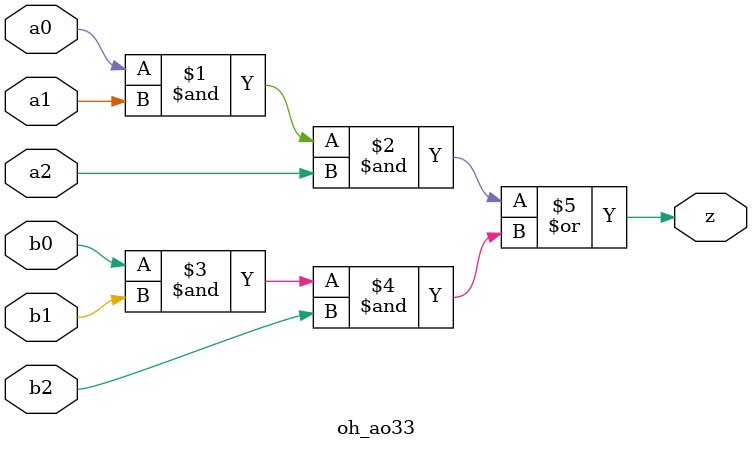
<source format=v>

module oh_ao33 #(parameter DW = 1 ) // array width
   (
    input [DW-1:0]  a0,
    input [DW-1:0]  a1,
    input [DW-1:0]  a2,
    input [DW-1:0]  b0,
    input [DW-1:0]  b1,
    input [DW-1:0]  b2, 
    output [DW-1:0] z
    );
   
   assign z = (a0 & a1 & a2) | (b0 & b1 & b2);
   
endmodule

</source>
